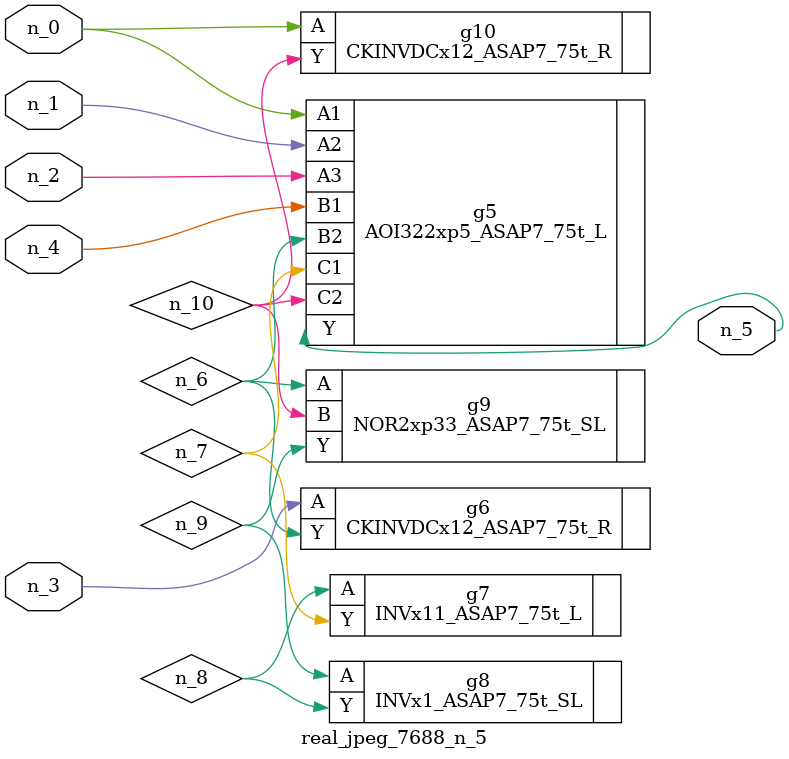
<source format=v>
module real_jpeg_7688_n_5 (n_4, n_0, n_1, n_2, n_3, n_5);

input n_4;
input n_0;
input n_1;
input n_2;
input n_3;

output n_5;

wire n_8;
wire n_6;
wire n_7;
wire n_10;
wire n_9;

AOI322xp5_ASAP7_75t_L g5 ( 
.A1(n_0),
.A2(n_1),
.A3(n_2),
.B1(n_4),
.B2(n_6),
.C1(n_7),
.C2(n_10),
.Y(n_5)
);

CKINVDCx12_ASAP7_75t_R g10 ( 
.A(n_0),
.Y(n_10)
);

CKINVDCx12_ASAP7_75t_R g6 ( 
.A(n_3),
.Y(n_6)
);

NOR2xp33_ASAP7_75t_SL g9 ( 
.A(n_6),
.B(n_10),
.Y(n_9)
);

INVx11_ASAP7_75t_L g7 ( 
.A(n_8),
.Y(n_7)
);

INVx1_ASAP7_75t_SL g8 ( 
.A(n_9),
.Y(n_8)
);


endmodule
</source>
